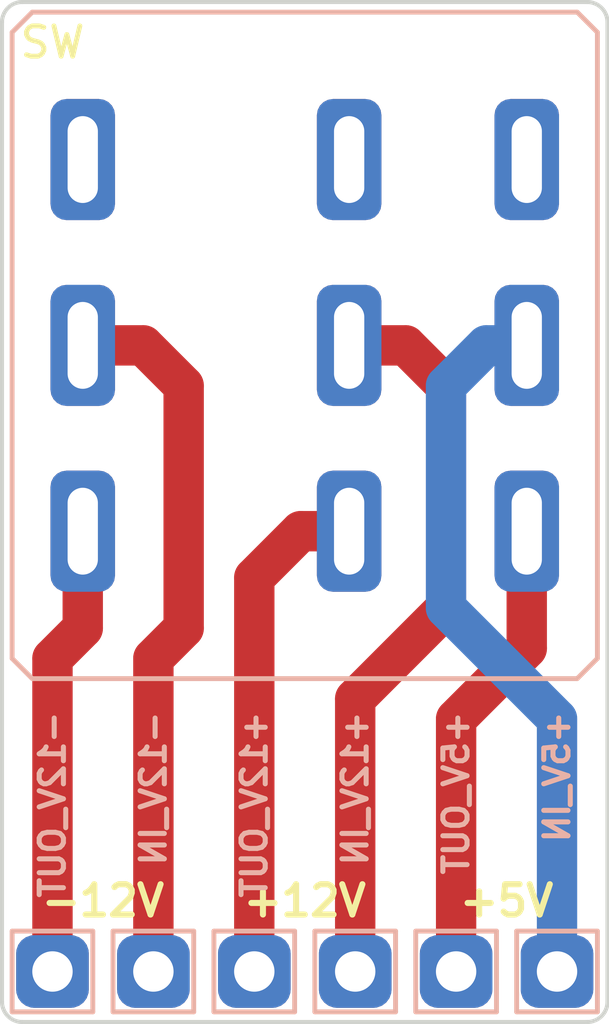
<source format=kicad_pcb>
(kicad_pcb (version 20211014) (generator pcbnew)
  (layers (0 "F.Cu" signal) (31 "B.Cu" signal) (34 "B.Paste" user) (35 "F.Paste" user) (36 "B.SilkS" user "B.Silkscreen") (37 "F.SilkS" user "F.Silkscreen") (38 "B.Mask" user) (39 "F.Mask" user) (44 "Edge.Cuts" user))
  (net 0 "")
  (net 1 "/+5V_IN")
  (net 2 "/+5V_OUT")
  (net 3 "/+12V_IN")
  (net 4 "/+12V_OUT")
  (net 5 "/-12V_IN")
  (net 6 "/-12V_OUT")
  (footprint "Protorack:TestPoint_THTPad_1.8x1.8mm_Drill1.0mm" (layer "B.Cu") (at 26.25 45.5 180)
    (fp_text reference "J5" hide)
    (fp_text value "-12V_IN" (at 0 6.5 90) (layer "B.SilkS") (effects (font (size 0.6 0.6) (thickness 0.125)) (justify left mirror)))
    (fp_line (start -1 -1) (end -1 1) (layer "B.SilkS") (width 0.12))
    (fp_line (start 1 1) (end 1 -1) (layer "B.SilkS") (width 0.12))
    (fp_line (start -1 1) (end 1 1) (layer "B.SilkS") (width 0.12))
    (fp_line (start 1 -1) (end -1 -1) (layer "B.SilkS") (width 0.12))
    (pad "1" thru_hole roundrect (at 0 0 180) (size 1.8 1.8) (drill 1) (layers *.Cu *.Mask) (net 5 "/-12V_IN"))
  )
  (footprint "Protorack:CW_GF-161-3011" (layer "B.Cu") (at 30 30 180)
    (fp_text reference "SW1" hide)
    (fp_text value "POWER" hide)
    (fp_line (start 7.25 7.75) (end 7.25 -7.75) (layer "B.SilkS") (width 0.12))
    (fp_line (start 6.75 8.25) (end 7.25 7.75) (layer "B.SilkS") (width 0.12))
    (fp_line (start -6.75 8.25) (end -7.25 7.75) (layer "B.SilkS") (width 0.12))
    (fp_line (start -7.25 7.75) (end -7.25 -7.75) (layer "B.SilkS") (width 0.12))
    (fp_line (start -6.75 8.25) (end 6.75 8.25) (layer "B.SilkS") (width 0.12))
    (fp_line (start -6.75 -8.25) (end 6.75 -8.25) (layer "B.SilkS") (width 0.12))
    (fp_line (start 6.75 -8.25) (end 7.25 -7.75) (layer "B.SilkS") (width 0.12))
    (fp_line (start -6.75 -8.25) (end -7.25 -7.75) (layer "B.SilkS") (width 0.12))
    (pad "1" thru_hole roundrect (at -5.5 4.6 180) (size 1.6 3) (drill oval 0.75 2.15) (layers *.Cu *.Mask))
    (pad "2" thru_hole roundrect (at -5.5 0 180) (size 1.6 3) (drill oval 0.75 2.15) (layers *.Cu *.Mask) (net 1 "/+5V_IN"))
    (pad "3" thru_hole roundrect (at -5.5 -4.6 180) (size 1.6 3) (drill oval 0.75 2.15) (layers *.Cu *.Mask) (net 2 "/+5V_OUT"))
    (pad "4" thru_hole roundrect (at -1.1 4.6 180) (size 1.6 3) (drill oval 0.75 2.15) (layers *.Cu *.Mask))
    (pad "5" thru_hole roundrect (at -1.1 0 180) (size 1.6 3) (drill oval 0.75 2.15) (layers *.Cu *.Mask) (net 3 "/+12V_IN"))
    (pad "6" thru_hole roundrect (at -1.1 -4.6 180) (size 1.6 3) (drill oval 0.75 2.15) (layers *.Cu *.Mask) (net 4 "/+12V_OUT"))
    (pad "7" thru_hole roundrect (at 5.5 4.6 180) (size 1.6 3) (drill oval 0.75 2.15) (layers *.Cu *.Mask))
    (pad "8" thru_hole roundrect (at 5.5 0 180) (size 1.6 3) (drill oval 0.75 2.15) (layers *.Cu *.Mask) (net 5 "/-12V_IN"))
    (pad "9" thru_hole roundrect (at 5.5 -4.6 180) (size 1.6 3) (drill oval 0.75 2.15) (layers *.Cu *.Mask) (net 6 "/-12V_OUT"))
  )
  (footprint "Protorack:TestPoint_THTPad_1.8x1.8mm_Drill1.0mm" (layer "B.Cu") (at 33.75 45.5 180)
    (fp_text reference "J2" hide)
    (fp_text value "+5V_OUT" (at 0 6.5 90) (layer "B.SilkS") (effects (font (size 0.6 0.6) (thickness 0.125)) (justify left mirror)))
    (fp_line (start 1 -1) (end -1 -1) (layer "B.SilkS") (width 0.12))
    (fp_line (start 1 1) (end 1 -1) (layer "B.SilkS") (width 0.12))
    (fp_line (start -1 1) (end 1 1) (layer "B.SilkS") (width 0.12))
    (fp_line (start -1 -1) (end -1 1) (layer "B.SilkS") (width 0.12))
    (pad "1" thru_hole roundrect (at 0 0 180) (size 1.8 1.8) (drill 1) (layers *.Cu *.Mask) (net 2 "/+5V_OUT"))
  )
  (footprint "Protorack:TestPoint_THTPad_1.8x1.8mm_Drill1.0mm" (layer "B.Cu") (at 28.75 45.5 180)
    (fp_text reference "J4" hide)
    (fp_text value "+12V_OUT" (at 0 6.5 90) (layer "B.SilkS") (effects (font (size 0.6 0.6) (thickness 0.125)) (justify left mirror)))
    (fp_line (start 1 1) (end 1 -1) (layer "B.SilkS") (width 0.12))
    (fp_line (start -1 -1) (end -1 1) (layer "B.SilkS") (width 0.12))
    (fp_line (start -1 1) (end 1 1) (layer "B.SilkS") (width 0.12))
    (fp_line (start 1 -1) (end -1 -1) (layer "B.SilkS") (width 0.12))
    (pad "1" thru_hole roundrect (at 0 0 180) (size 1.8 1.8) (drill 1) (layers *.Cu *.Mask) (net 4 "/+12V_OUT"))
  )
  (footprint "Protorack:TestPoint_THTPad_1.8x1.8mm_Drill1.0mm" (layer "B.Cu") (at 23.75 45.5 180)
    (fp_text reference "J6" hide)
    (fp_text value "-12V_OUT" (at 0 6.5 90) (layer "B.SilkS") (effects (font (size 0.6 0.6) (thickness 0.125)) (justify left mirror)))
    (fp_line (start -1 -1) (end -1 1) (layer "B.SilkS") (width 0.12))
    (fp_line (start 1 -1) (end -1 -1) (layer "B.SilkS") (width 0.12))
    (fp_line (start -1 1) (end 1 1) (layer "B.SilkS") (width 0.12))
    (fp_line (start 1 1) (end 1 -1) (layer "B.SilkS") (width 0.12))
    (pad "1" thru_hole roundrect (at 0 0 180) (size 1.8 1.8) (drill 1) (layers *.Cu *.Mask) (net 6 "/-12V_OUT"))
  )
  (footprint "Protorack:TestPoint_THTPad_1.8x1.8mm_Drill1.0mm" (layer "B.Cu") (at 36.25 45.5 180)
    (fp_text reference "J1" hide)
    (fp_text value "+5V_IN" (at 0 6.5 90) (layer "B.SilkS") (effects (font (size 0.6 0.6) (thickness 0.125)) (justify left mirror)))
    (fp_line (start -1 1) (end 1 1) (layer "B.SilkS") (width 0.12))
    (fp_line (start -1 -1) (end -1 1) (layer "B.SilkS") (width 0.12))
    (fp_line (start 1 -1) (end -1 -1) (layer "B.SilkS") (width 0.12))
    (fp_line (start 1 1) (end 1 -1) (layer "B.SilkS") (width 0.12))
    (pad "1" thru_hole roundrect (at 0 0 180) (size 1.8 1.8) (drill 1) (layers *.Cu *.Mask) (net 1 "/+5V_IN"))
  )
  (footprint "Protorack:TestPoint_THTPad_1.8x1.8mm_Drill1.0mm" (layer "B.Cu") (at 31.25 45.5 180)
    (fp_text reference "J3" hide)
    (fp_text value "+12V_IN" (at 0 6.5 90) (layer "B.SilkS") (effects (font (size 0.6 0.6) (thickness 0.125)) (justify left mirror)))
    (fp_line (start -1 -1) (end -1 1) (layer "B.SilkS") (width 0.12))
    (fp_line (start 1 1) (end 1 -1) (layer "B.SilkS") (width 0.12))
    (fp_line (start 1 -1) (end -1 -1) (layer "B.SilkS") (width 0.12))
    (fp_line (start -1 1) (end 1 1) (layer "B.SilkS") (width 0.12))
    (pad "1" thru_hole roundrect (at 0 0 180) (size 1.8 1.8) (drill 1) (layers *.Cu *.Mask) (net 3 "/+12V_IN"))
  )
  (gr_line (start 22.5 22) (end 22.5 46.25) (layer "Edge.Cuts") (width 0.1))
  (gr_arc (start 37 21.5) (mid 37.353553 21.646447) (end 37.5 22) (layer "Edge.Cuts") (width 0.1))
  (gr_line (start 37.5 22) (end 37.5 46.25) (layer "Edge.Cuts") (width 0.1))
  (gr_line (start 23 46.75) (end 37 46.75) (layer "Edge.Cuts") (width 0.1))
  (gr_arc (start 23 46.75) (mid 22.646447 46.603553) (end 22.5 46.25) (layer "Edge.Cuts") (width 0.1))
  (gr_arc (start 22.5 22) (mid 22.646447 21.646447) (end 23 21.5) (layer "Edge.Cuts") (width 0.1))
  (gr_line (start 23 21.5) (end 37 21.5) (layer "Edge.Cuts") (width 0.1))
  (gr_arc (start 37.5 46.25) (mid 37.353553 46.603553) (end 37 46.75) (layer "Edge.Cuts") (width 0.1))
  (gr_text "SW" (at 23.75 22.5) (layer "F.SilkS") (effects (font (size 0.75 0.75) (thickness 0.12))))
  (gr_text "-12V" (at 25 43.75) (layer "F.SilkS") (effects (font (size 0.75 0.75))))
  (gr_text "+5V" (at 35 43.75) (layer "F.SilkS") (effects (font (size 0.75 0.75))))
  (gr_text "+12V" (at 30 43.75) (layer "F.SilkS") (effects (font (size 0.75 0.75))))
  (segment (start 36.25 39.25) (end 33.5 36.5) (width 1) (layer "B.Cu") (net 1))
  (segment (start 34.5 30) (end 35.5 30) (width 1) (layer "B.Cu") (net 1))
  (segment (start 33.5 31) (end 34.5 30) (width 1) (layer "B.Cu") (net 1))
  (segment (start 33.5 36.5) (end 33.5 31) (width 1) (layer "B.Cu") (net 1))
  (segment (start 36.25 45.5) (end 36.25 39.25) (width 1) (layer "B.Cu") (net 1))
  (segment (start 33.75 45.5) (end 33.75 39.25) (width 1) (layer "F.Cu") (net 2))
  (segment (start 33.75 39.25) (end 35.5 37.5) (width 1) (layer "F.Cu") (net 2))
  (segment (start 35.5 37.5) (end 35.5 34.6) (width 1) (layer "F.Cu") (net 2))
  (segment (start 33.5 36.5) (end 33.5 31) (width 1) (layer "F.Cu") (net 3))
  (segment (start 31.25 38.75) (end 33.5 36.5) (width 1) (layer "F.Cu") (net 3))
  (segment (start 33.5 31) (end 32.5 30) (width 1) (layer "F.Cu") (net 3))
  (segment (start 32.5 30) (end 31.1 30) (width 1) (layer "F.Cu") (net 3))
  (segment (start 31.25 45.5) (end 31.25 38.75) (width 1) (layer "F.Cu") (net 3))
  (segment (start 28.75 35.75) (end 28.75 45.5) (width 1) (layer "F.Cu") (net 4))
  (segment (start 29.9 34.6) (end 28.75 35.75) (width 1) (layer "F.Cu") (net 4))
  (segment (start 31.1 34.6) (end 29.9 34.6) (width 1) (layer "F.Cu") (net 4))
  (segment (start 26.25 45.5) (end 26.25 37.75) (width 1) (layer "F.Cu") (net 5))
  (segment (start 26.25 37.75) (end 27 37) (width 1) (layer "F.Cu") (net 5))
  (segment (start 27 31) (end 26 30) (width 1) (layer "F.Cu") (net 5))
  (segment (start 26 30) (end 24.5 30) (width 1) (layer "F.Cu") (net 5))
  (segment (start 27 37) (end 27 31) (width 1) (layer "F.Cu") (net 5))
  (segment (start 23.75 45.5) (end 23.75 37.75) (width 1) (layer "F.Cu") (net 6))
  (segment (start 24.5 37) (end 24.5 34.6) (width 1) (layer "F.Cu") (net 6))
  (segment (start 23.75 37.75) (end 24.5 37) (width 1) (layer "F.Cu") (net 6))
)
</source>
